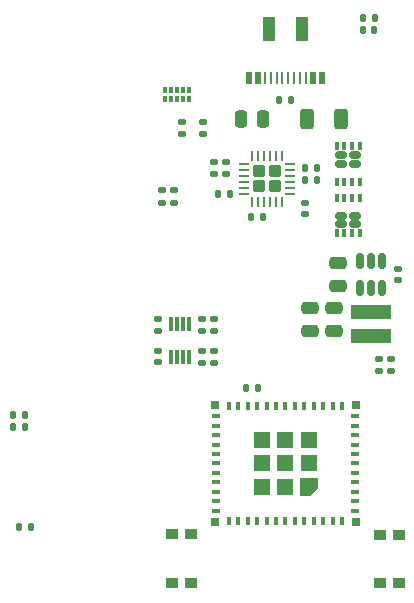
<source format=gbr>
%TF.GenerationSoftware,KiCad,Pcbnew,8.0.6*%
%TF.CreationDate,2024-11-24T22:42:30+01:00*%
%TF.ProjectId,ecad,65636164-2e6b-4696-9361-645f70636258,rev?*%
%TF.SameCoordinates,Original*%
%TF.FileFunction,Paste,Top*%
%TF.FilePolarity,Positive*%
%FSLAX46Y46*%
G04 Gerber Fmt 4.6, Leading zero omitted, Abs format (unit mm)*
G04 Created by KiCad (PCBNEW 8.0.6) date 2024-11-24 22:42:30*
%MOMM*%
%LPD*%
G01*
G04 APERTURE LIST*
G04 Aperture macros list*
%AMRoundRect*
0 Rectangle with rounded corners*
0 $1 Rounding radius*
0 $2 $3 $4 $5 $6 $7 $8 $9 X,Y pos of 4 corners*
0 Add a 4 corners polygon primitive as box body*
4,1,4,$2,$3,$4,$5,$6,$7,$8,$9,$2,$3,0*
0 Add four circle primitives for the rounded corners*
1,1,$1+$1,$2,$3*
1,1,$1+$1,$4,$5*
1,1,$1+$1,$6,$7*
1,1,$1+$1,$8,$9*
0 Add four rect primitives between the rounded corners*
20,1,$1+$1,$2,$3,$4,$5,0*
20,1,$1+$1,$4,$5,$6,$7,0*
20,1,$1+$1,$6,$7,$8,$9,0*
20,1,$1+$1,$8,$9,$2,$3,0*%
%AMFreePoly0*
4,1,6,0.725000,-0.725000,-0.725000,-0.725000,-0.725000,0.125000,-0.125000,0.725000,0.725000,0.725000,0.725000,-0.725000,0.725000,-0.725000,$1*%
G04 Aperture macros list end*
%ADD10R,1.000000X2.000000*%
%ADD11R,0.520000X1.000000*%
%ADD12R,0.270000X1.000000*%
%ADD13RoundRect,0.250000X-0.275000X0.275000X-0.275000X-0.275000X0.275000X-0.275000X0.275000X0.275000X0*%
%ADD14RoundRect,0.062500X-0.062500X0.375000X-0.062500X-0.375000X0.062500X-0.375000X0.062500X0.375000X0*%
%ADD15RoundRect,0.062500X-0.375000X0.062500X-0.375000X-0.062500X0.375000X-0.062500X0.375000X0.062500X0*%
%ADD16RoundRect,0.135000X-0.135000X-0.185000X0.135000X-0.185000X0.135000X0.185000X-0.135000X0.185000X0*%
%ADD17RoundRect,0.147500X0.147500X0.172500X-0.147500X0.172500X-0.147500X-0.172500X0.147500X-0.172500X0*%
%ADD18RoundRect,0.250000X0.250000X0.475000X-0.250000X0.475000X-0.250000X-0.475000X0.250000X-0.475000X0*%
%ADD19RoundRect,0.135000X0.185000X-0.135000X0.185000X0.135000X-0.185000X0.135000X-0.185000X-0.135000X0*%
%ADD20RoundRect,0.250000X0.475000X-0.250000X0.475000X0.250000X-0.475000X0.250000X-0.475000X-0.250000X0*%
%ADD21RoundRect,0.135000X-0.185000X0.135000X-0.185000X-0.135000X0.185000X-0.135000X0.185000X0.135000X0*%
%ADD22RoundRect,0.135000X0.135000X0.185000X-0.135000X0.185000X-0.135000X-0.185000X0.135000X-0.185000X0*%
%ADD23RoundRect,0.250000X-0.475000X0.250000X-0.475000X-0.250000X0.475000X-0.250000X0.475000X0.250000X0*%
%ADD24RoundRect,0.140000X0.140000X0.170000X-0.140000X0.170000X-0.140000X-0.170000X0.140000X-0.170000X0*%
%ADD25RoundRect,0.150000X0.350000X-0.150000X0.350000X0.150000X-0.350000X0.150000X-0.350000X-0.150000X0*%
%ADD26RoundRect,0.105000X0.105000X-0.245000X0.105000X0.245000X-0.105000X0.245000X-0.105000X-0.245000X0*%
%ADD27RoundRect,0.147500X-0.172500X0.147500X-0.172500X-0.147500X0.172500X-0.147500X0.172500X0.147500X0*%
%ADD28RoundRect,0.075000X-0.075000X-0.200000X0.075000X-0.200000X0.075000X0.200000X-0.075000X0.200000X0*%
%ADD29RoundRect,0.140000X-0.170000X0.140000X-0.170000X-0.140000X0.170000X-0.140000X0.170000X0.140000X0*%
%ADD30RoundRect,0.140000X0.170000X-0.140000X0.170000X0.140000X-0.170000X0.140000X-0.170000X-0.140000X0*%
%ADD31RoundRect,0.150000X-0.350000X0.150000X-0.350000X-0.150000X0.350000X-0.150000X0.350000X0.150000X0*%
%ADD32RoundRect,0.105000X-0.105000X0.245000X-0.105000X-0.245000X0.105000X-0.245000X0.105000X0.245000X0*%
%ADD33R,0.700000X0.700000*%
%ADD34R,1.450000X1.450000*%
%ADD35FreePoly0,180.000000*%
%ADD36R,0.400000X0.800000*%
%ADD37R,0.800000X0.400000*%
%ADD38RoundRect,0.150000X-0.150000X0.512500X-0.150000X-0.512500X0.150000X-0.512500X0.150000X0.512500X0*%
%ADD39RoundRect,0.140000X-0.140000X-0.170000X0.140000X-0.170000X0.140000X0.170000X-0.140000X0.170000X0*%
%ADD40RoundRect,0.250000X-0.312500X-0.625000X0.312500X-0.625000X0.312500X0.625000X-0.312500X0.625000X0*%
%ADD41R,3.400000X1.300000*%
%ADD42RoundRect,0.087500X0.087500X-0.537500X0.087500X0.537500X-0.087500X0.537500X-0.087500X-0.537500X0*%
%ADD43R,1.000000X0.900000*%
G04 APERTURE END LIST*
D10*
%TO.C,J1*%
X105950000Y-148660000D03*
X103150000Y-148660000D03*
D11*
X107650000Y-152860000D03*
X106900000Y-152860000D03*
D12*
X106300000Y-152860000D03*
X104800000Y-152860000D03*
X103800000Y-152860000D03*
X102800000Y-152860000D03*
D11*
X102200000Y-152860000D03*
X101450000Y-152860000D03*
X101450000Y-152860000D03*
X102200000Y-152860000D03*
D12*
X103300000Y-152860000D03*
X104300000Y-152860000D03*
X105300000Y-152860000D03*
X105800000Y-152860000D03*
D11*
X106900000Y-152860000D03*
X107650000Y-152860000D03*
%TD*%
D13*
%TO.C,U2*%
X103650000Y-160725000D03*
X102350000Y-160725000D03*
X103650000Y-162025000D03*
X102350000Y-162025000D03*
D14*
X104250000Y-159437500D03*
X103750000Y-159437500D03*
X103250000Y-159437500D03*
X102750000Y-159437500D03*
X102250000Y-159437500D03*
X101750000Y-159437500D03*
D15*
X101062500Y-160125000D03*
X101062500Y-160625000D03*
X101062500Y-161125000D03*
X101062500Y-161625000D03*
X101062500Y-162125000D03*
X101062500Y-162625000D03*
D14*
X101750000Y-163312500D03*
X102250000Y-163312500D03*
X102750000Y-163312500D03*
X103250000Y-163312500D03*
X103750000Y-163312500D03*
X104250000Y-163312500D03*
D15*
X104937500Y-162625000D03*
X104937500Y-162125000D03*
X104937500Y-161625000D03*
X104937500Y-161125000D03*
X104937500Y-160625000D03*
X104937500Y-160125000D03*
%TD*%
D16*
%TO.C,R18*%
X101230000Y-179075000D03*
X102250000Y-179075000D03*
%TD*%
D17*
%TO.C,D1*%
X112085000Y-148775000D03*
X111115000Y-148775000D03*
%TD*%
D18*
%TO.C,C1*%
X102650000Y-156275000D03*
X100750000Y-156275000D03*
%TD*%
D19*
%TO.C,R8*%
X99502500Y-160985000D03*
X99502500Y-159965000D03*
%TD*%
D20*
%TO.C,C9*%
X108700000Y-174225000D03*
X108700000Y-172325000D03*
%TD*%
D21*
%TO.C,R11*%
X98525000Y-173215000D03*
X98525000Y-174235000D03*
%TD*%
%TO.C,R4*%
X95800000Y-156565000D03*
X95800000Y-157585000D03*
%TD*%
D22*
%TO.C,NTC1*%
X104040000Y-154675000D03*
X105060000Y-154675000D03*
%TD*%
D23*
%TO.C,C4*%
X109000000Y-168525000D03*
X109000000Y-170425000D03*
%TD*%
D22*
%TO.C,R9*%
X107209999Y-161475000D03*
X106190001Y-161475000D03*
%TD*%
D21*
%TO.C,R15*%
X112450000Y-176615000D03*
X112450000Y-177635000D03*
%TD*%
D24*
%TO.C,C2*%
X99830000Y-162625000D03*
X98870000Y-162625000D03*
%TD*%
D25*
%TO.C,Q2*%
X109285000Y-160085000D03*
X110415000Y-160085000D03*
X109285000Y-159375000D03*
X110415000Y-159375000D03*
D26*
X108875000Y-158605000D03*
X109525000Y-158605000D03*
X110175000Y-158605000D03*
X110825000Y-158605000D03*
X108875000Y-161605000D03*
X109525000Y-161605000D03*
X110175000Y-161605000D03*
X110825000Y-161605000D03*
%TD*%
D21*
%TO.C,R1*%
X95100000Y-162365000D03*
X95100000Y-163385000D03*
%TD*%
D27*
%TO.C,D2*%
X98502500Y-159990000D03*
X98502500Y-160960000D03*
%TD*%
D28*
%TO.C,U1*%
X94350000Y-154660000D03*
X94850000Y-154660000D03*
X95350000Y-154660000D03*
X95850000Y-154660000D03*
X96350000Y-154660000D03*
X96350000Y-153890000D03*
X95850000Y-153890000D03*
X95350000Y-153890000D03*
X94850000Y-153890000D03*
X94350000Y-153890000D03*
%TD*%
D29*
%TO.C,C5*%
X106200000Y-163395000D03*
X106200000Y-164355000D03*
%TD*%
D16*
%TO.C,R17*%
X81990000Y-190875000D03*
X83010000Y-190875000D03*
%TD*%
%TO.C,R3*%
X112110000Y-147775000D03*
X111090000Y-147775000D03*
%TD*%
D30*
%TO.C,C8*%
X114100000Y-169955000D03*
X114100000Y-168995000D03*
%TD*%
D24*
%TO.C,C3*%
X102630000Y-164575000D03*
X101670000Y-164575000D03*
%TD*%
D27*
%TO.C,D3*%
X113450000Y-176640000D03*
X113450000Y-177610000D03*
%TD*%
D19*
%TO.C,R13*%
X98525000Y-176935000D03*
X98525000Y-175915000D03*
%TD*%
D31*
%TO.C,Q1*%
X110415000Y-164515000D03*
X109285000Y-164515000D03*
X110415000Y-165225000D03*
X109285000Y-165225000D03*
D32*
X110825000Y-165995000D03*
X110175000Y-165995000D03*
X109525000Y-165995000D03*
X108875000Y-165995000D03*
X110825000Y-162995000D03*
X110175000Y-162995000D03*
X109525000Y-162995000D03*
X108875000Y-162995000D03*
%TD*%
D33*
%TO.C,U6*%
X110500000Y-190425000D03*
X110500000Y-180525000D03*
X98600000Y-180525000D03*
X98600000Y-190425000D03*
D34*
X102575000Y-183500000D03*
X102575000Y-185475000D03*
X102575000Y-187450000D03*
X104550000Y-183500000D03*
X104550000Y-185475000D03*
X104550000Y-187450000D03*
X106525000Y-183500000D03*
X106525000Y-185475000D03*
D35*
X106525000Y-187450000D03*
D36*
X109350000Y-190375000D03*
X108550000Y-190375000D03*
X107750000Y-190375000D03*
X106950000Y-190375000D03*
X106150000Y-190375000D03*
X105350000Y-190375000D03*
X104550000Y-190375000D03*
X103750000Y-190375000D03*
X102950000Y-190375000D03*
X102150000Y-190375000D03*
X101350000Y-190375000D03*
X100550000Y-190375000D03*
X99750000Y-190375000D03*
D37*
X98650000Y-189475000D03*
X98650000Y-188675000D03*
X98650000Y-187875000D03*
X98650000Y-187075000D03*
X98650000Y-186275000D03*
X98650000Y-185475000D03*
X98650000Y-184675000D03*
X98650000Y-183875000D03*
X98650000Y-183075000D03*
X98650000Y-182275000D03*
X98650000Y-181475000D03*
D36*
X99750000Y-180575000D03*
X100550000Y-180575000D03*
X101350000Y-180575000D03*
X102150000Y-180575000D03*
X102950000Y-180575000D03*
X103750000Y-180575000D03*
X104550000Y-180575000D03*
X105350000Y-180575000D03*
X106150000Y-180575000D03*
X106950000Y-180575000D03*
X107750000Y-180575000D03*
X108550000Y-180575000D03*
X109350000Y-180575000D03*
D37*
X110450000Y-181475000D03*
X110450000Y-182275000D03*
X110450000Y-183075000D03*
X110450000Y-183875000D03*
X110450000Y-184675000D03*
X110450000Y-185475000D03*
X110450000Y-186275000D03*
X110450000Y-187075000D03*
X110450000Y-187875000D03*
X110450000Y-188675000D03*
X110450000Y-189475000D03*
%TD*%
D29*
%TO.C,C6*%
X93775000Y-175945000D03*
X93775000Y-176905000D03*
%TD*%
D38*
%TO.C,U3*%
X112750000Y-168337500D03*
X111800000Y-168337500D03*
X110850000Y-168337500D03*
X110850000Y-170612500D03*
X111800000Y-170612500D03*
X112750000Y-170612500D03*
%TD*%
D39*
%TO.C,C10*%
X81520000Y-181375000D03*
X82480000Y-181375000D03*
%TD*%
D40*
%TO.C,R6*%
X109262500Y-156275000D03*
X106337500Y-156275000D03*
%TD*%
D21*
%TO.C,R5*%
X97600000Y-157585000D03*
X97600000Y-156565000D03*
%TD*%
D41*
%TO.C,L1*%
X111800000Y-172625000D03*
X111800000Y-174725000D03*
%TD*%
D22*
%TO.C,R7*%
X107209999Y-160475000D03*
X106190001Y-160475000D03*
%TD*%
D42*
%TO.C,U4*%
X94850000Y-176475000D03*
X95350000Y-176475000D03*
X95850000Y-176475000D03*
X96350000Y-176475000D03*
X96350000Y-173675000D03*
X95850000Y-173675000D03*
X95350000Y-173675000D03*
X94850000Y-173675000D03*
%TD*%
D19*
%TO.C,R14*%
X97475000Y-176935000D03*
X97475000Y-175915000D03*
%TD*%
D16*
%TO.C,R16*%
X81490000Y-182375000D03*
X82510000Y-182375000D03*
%TD*%
D21*
%TO.C,R10*%
X97475000Y-173215000D03*
X97475000Y-174235000D03*
%TD*%
D43*
%TO.C,SW2*%
X94950000Y-195575000D03*
X94950000Y-191475000D03*
X96550000Y-195575000D03*
X96550000Y-191475000D03*
%TD*%
%TO.C,SW1*%
X112550000Y-195625000D03*
X112550000Y-191525000D03*
X114150000Y-195625000D03*
X114150000Y-191525000D03*
%TD*%
D20*
%TO.C,C7*%
X106600000Y-174225000D03*
X106600000Y-172325000D03*
%TD*%
D21*
%TO.C,R12*%
X93775000Y-173215000D03*
X93775000Y-174235000D03*
%TD*%
%TO.C,R2*%
X94110000Y-162365000D03*
X94110000Y-163385000D03*
%TD*%
M02*

</source>
